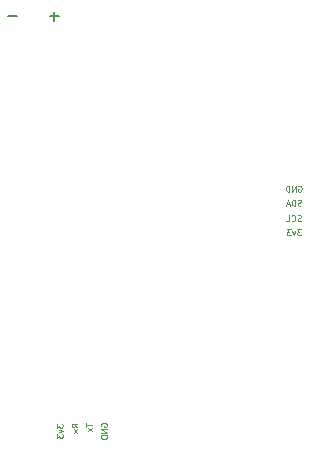
<source format=gbr>
%TF.GenerationSoftware,KiCad,Pcbnew,(6.0.0-rc1-124-g18b4ebcc17)*%
%TF.CreationDate,2021-11-25T20:10:52+05:30*%
%TF.ProjectId,Europa,4575726f-7061-42e6-9b69-6361645f7063,rev?*%
%TF.SameCoordinates,Original*%
%TF.FileFunction,Legend,Bot*%
%TF.FilePolarity,Positive*%
%FSLAX46Y46*%
G04 Gerber Fmt 4.6, Leading zero omitted, Abs format (unit mm)*
G04 Created by KiCad (PCBNEW (6.0.0-rc1-124-g18b4ebcc17)) date 2021-11-25 20:10:52*
%MOMM*%
%LPD*%
G01*
G04 APERTURE LIST*
%ADD10C,0.150000*%
%ADD11C,0.070000*%
G04 APERTURE END LIST*
D10*
X44380952Y-32678571D02*
X43619047Y-32678571D01*
X47880952Y-32678571D02*
X47119047Y-32678571D01*
X47500000Y-32297619D02*
X47500000Y-33059523D01*
D11*
X68395238Y-50726190D02*
X68085714Y-50726190D01*
X68252380Y-50916666D01*
X68180952Y-50916666D01*
X68133333Y-50940476D01*
X68109523Y-50964285D01*
X68085714Y-51011904D01*
X68085714Y-51130952D01*
X68109523Y-51178571D01*
X68133333Y-51202380D01*
X68180952Y-51226190D01*
X68323809Y-51226190D01*
X68371428Y-51202380D01*
X68395238Y-51178571D01*
X67919047Y-50892857D02*
X67800000Y-51226190D01*
X67680952Y-50892857D01*
X67538095Y-50726190D02*
X67228571Y-50726190D01*
X67395238Y-50916666D01*
X67323809Y-50916666D01*
X67276190Y-50940476D01*
X67252380Y-50964285D01*
X67228571Y-51011904D01*
X67228571Y-51130952D01*
X67252380Y-51178571D01*
X67276190Y-51202380D01*
X67323809Y-51226190D01*
X67466666Y-51226190D01*
X67514285Y-51202380D01*
X67538095Y-51178571D01*
X68395238Y-50002380D02*
X68323809Y-50026190D01*
X68204761Y-50026190D01*
X68157142Y-50002380D01*
X68133333Y-49978571D01*
X68109523Y-49930952D01*
X68109523Y-49883333D01*
X68133333Y-49835714D01*
X68157142Y-49811904D01*
X68204761Y-49788095D01*
X68300000Y-49764285D01*
X68347619Y-49740476D01*
X68371428Y-49716666D01*
X68395238Y-49669047D01*
X68395238Y-49621428D01*
X68371428Y-49573809D01*
X68347619Y-49550000D01*
X68300000Y-49526190D01*
X68180952Y-49526190D01*
X68109523Y-49550000D01*
X67609523Y-49978571D02*
X67633333Y-50002380D01*
X67704761Y-50026190D01*
X67752380Y-50026190D01*
X67823809Y-50002380D01*
X67871428Y-49954761D01*
X67895238Y-49907142D01*
X67919047Y-49811904D01*
X67919047Y-49740476D01*
X67895238Y-49645238D01*
X67871428Y-49597619D01*
X67823809Y-49550000D01*
X67752380Y-49526190D01*
X67704761Y-49526190D01*
X67633333Y-49550000D01*
X67609523Y-49573809D01*
X67157142Y-50026190D02*
X67395238Y-50026190D01*
X67395238Y-49526190D01*
X68407142Y-48702380D02*
X68335714Y-48726190D01*
X68216666Y-48726190D01*
X68169047Y-48702380D01*
X68145238Y-48678571D01*
X68121428Y-48630952D01*
X68121428Y-48583333D01*
X68145238Y-48535714D01*
X68169047Y-48511904D01*
X68216666Y-48488095D01*
X68311904Y-48464285D01*
X68359523Y-48440476D01*
X68383333Y-48416666D01*
X68407142Y-48369047D01*
X68407142Y-48321428D01*
X68383333Y-48273809D01*
X68359523Y-48250000D01*
X68311904Y-48226190D01*
X68192857Y-48226190D01*
X68121428Y-48250000D01*
X67907142Y-48726190D02*
X67907142Y-48226190D01*
X67788095Y-48226190D01*
X67716666Y-48250000D01*
X67669047Y-48297619D01*
X67645238Y-48345238D01*
X67621428Y-48440476D01*
X67621428Y-48511904D01*
X67645238Y-48607142D01*
X67669047Y-48654761D01*
X67716666Y-48702380D01*
X67788095Y-48726190D01*
X67907142Y-48726190D01*
X67430952Y-48583333D02*
X67192857Y-48583333D01*
X67478571Y-48726190D02*
X67311904Y-48226190D01*
X67145238Y-48726190D01*
X68180952Y-47050000D02*
X68228571Y-47026190D01*
X68300000Y-47026190D01*
X68371428Y-47050000D01*
X68419047Y-47097619D01*
X68442857Y-47145238D01*
X68466666Y-47240476D01*
X68466666Y-47311904D01*
X68442857Y-47407142D01*
X68419047Y-47454761D01*
X68371428Y-47502380D01*
X68300000Y-47526190D01*
X68252380Y-47526190D01*
X68180952Y-47502380D01*
X68157142Y-47478571D01*
X68157142Y-47311904D01*
X68252380Y-47311904D01*
X67942857Y-47526190D02*
X67942857Y-47026190D01*
X67657142Y-47526190D01*
X67657142Y-47026190D01*
X67419047Y-47526190D02*
X67419047Y-47026190D01*
X67300000Y-47026190D01*
X67228571Y-47050000D01*
X67180952Y-47097619D01*
X67157142Y-47145238D01*
X67133333Y-47240476D01*
X67133333Y-47311904D01*
X67157142Y-47407142D01*
X67180952Y-47454761D01*
X67228571Y-47502380D01*
X67300000Y-47526190D01*
X67419047Y-47526190D01*
X49476190Y-67502380D02*
X49238095Y-67335714D01*
X49476190Y-67216666D02*
X48976190Y-67216666D01*
X48976190Y-67407142D01*
X49000000Y-67454761D01*
X49023809Y-67478571D01*
X49071428Y-67502380D01*
X49142857Y-67502380D01*
X49190476Y-67478571D01*
X49214285Y-67454761D01*
X49238095Y-67407142D01*
X49238095Y-67216666D01*
X49476190Y-67669047D02*
X49142857Y-67930952D01*
X49142857Y-67669047D02*
X49476190Y-67930952D01*
X50226190Y-67154761D02*
X50226190Y-67440476D01*
X50726190Y-67297619D02*
X50226190Y-67297619D01*
X50726190Y-67559523D02*
X50392857Y-67821428D01*
X50392857Y-67559523D02*
X50726190Y-67821428D01*
X51500000Y-67419047D02*
X51476190Y-67371428D01*
X51476190Y-67300000D01*
X51500000Y-67228571D01*
X51547619Y-67180952D01*
X51595238Y-67157142D01*
X51690476Y-67133333D01*
X51761904Y-67133333D01*
X51857142Y-67157142D01*
X51904761Y-67180952D01*
X51952380Y-67228571D01*
X51976190Y-67300000D01*
X51976190Y-67347619D01*
X51952380Y-67419047D01*
X51928571Y-67442857D01*
X51761904Y-67442857D01*
X51761904Y-67347619D01*
X51976190Y-67657142D02*
X51476190Y-67657142D01*
X51976190Y-67942857D01*
X51476190Y-67942857D01*
X51976190Y-68180952D02*
X51476190Y-68180952D01*
X51476190Y-68300000D01*
X51500000Y-68371428D01*
X51547619Y-68419047D01*
X51595238Y-68442857D01*
X51690476Y-68466666D01*
X51761904Y-68466666D01*
X51857142Y-68442857D01*
X51904761Y-68419047D01*
X51952380Y-68371428D01*
X51976190Y-68300000D01*
X51976190Y-68180952D01*
X47726190Y-67204761D02*
X47726190Y-67514285D01*
X47916666Y-67347619D01*
X47916666Y-67419047D01*
X47940476Y-67466666D01*
X47964285Y-67490476D01*
X48011904Y-67514285D01*
X48130952Y-67514285D01*
X48178571Y-67490476D01*
X48202380Y-67466666D01*
X48226190Y-67419047D01*
X48226190Y-67276190D01*
X48202380Y-67228571D01*
X48178571Y-67204761D01*
X47892857Y-67680952D02*
X48226190Y-67800000D01*
X47892857Y-67919047D01*
X47726190Y-68061904D02*
X47726190Y-68371428D01*
X47916666Y-68204761D01*
X47916666Y-68276190D01*
X47940476Y-68323809D01*
X47964285Y-68347619D01*
X48011904Y-68371428D01*
X48130952Y-68371428D01*
X48178571Y-68347619D01*
X48202380Y-68323809D01*
X48226190Y-68276190D01*
X48226190Y-68133333D01*
X48202380Y-68085714D01*
X48178571Y-68061904D01*
M02*

</source>
